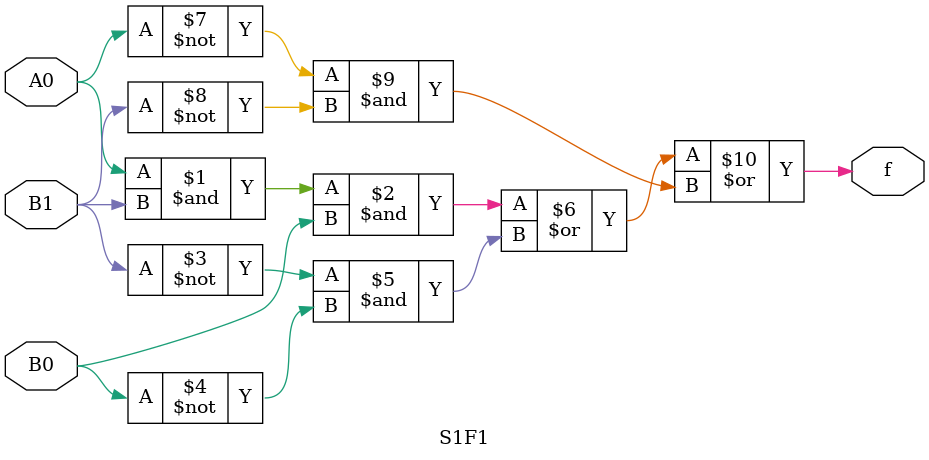
<source format=v>
module S1F1(A0,B0,B1,f);
    input A0,B0,B1;
    output f;
    assign f = (A0&B1&B0)|(~B1&~B0)|(~A0&~B1);
endmodule
</source>
